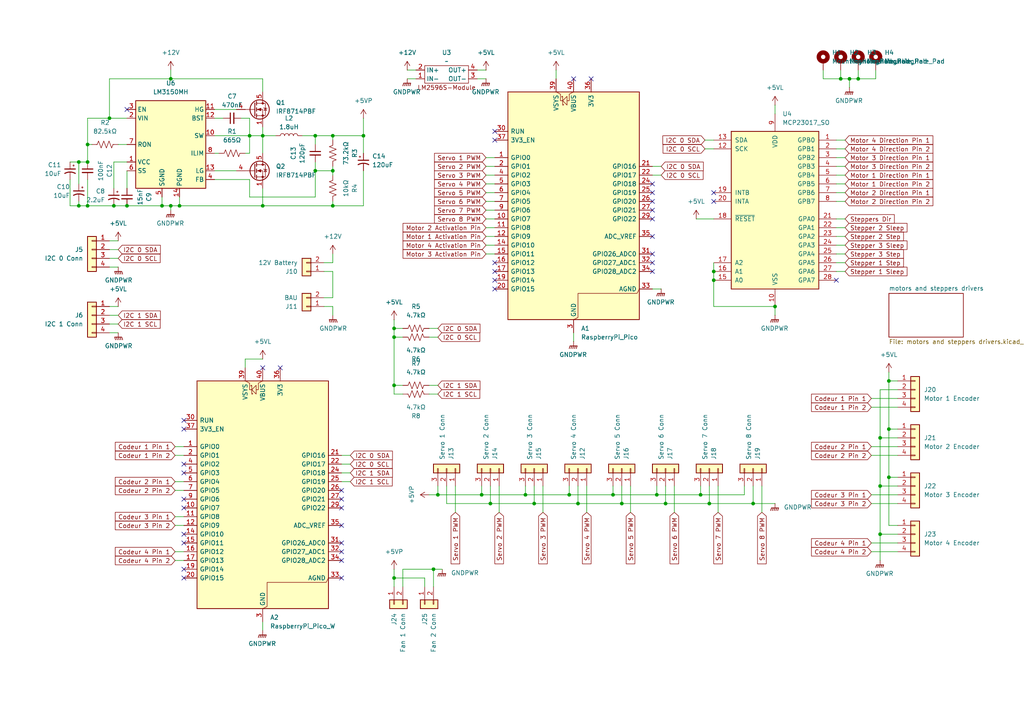
<source format=kicad_sch>
(kicad_sch (version 20250114) (generator "eeschema") (generator_version "9.0")
  (paper "A4")
  (junction (at 25.4 41.91))
  (junction (at 224.79 88.9))
  (junction (at 114.3 167.64))
  (junction (at 49.53 59.69))
  (junction (at 36.83 59.69))
  (junction (at 46.99 59.69))
  (junction (at 207.01 81.28))
  (junction (at 76.2 59.69))
  (junction (at 127 143.51))
  (junction (at 177.8 143.51))
  (junction (at 203.2 143.51))
  (junction (at 243.84 22.86))
  (junction (at 96.52 49.53))
  (junction (at 52.07 59.69))
  (junction (at 72.39 39.37))
  (junction (at 125.73 165.1))
  (junction (at 114.3 97.79))
  (junction (at 190.5 143.51))
  (junction (at 207.01 78.74))
  (junction (at 246.38 22.86))
  (junction (at 76.2 39.37))
  (junction (at 31.75 34.29))
  (junction (at 25.4 46.99))
  (junction (at 142.24 146.05))
  (junction (at 22.86 46.99))
  (junction (at 255.27 140.97))
  (junction (at 49.53 22.86))
  (junction (at 165.1 143.51))
  (junction (at 91.44 39.37))
  (junction (at 152.4 143.51))
  (junction (at 167.64 146.05))
  (junction (at 255.27 154.94))
  (junction (at 91.44 49.53))
  (junction (at 255.27 127))
  (junction (at 257.81 110.49))
  (junction (at 180.34 146.05))
  (junction (at 205.74 146.05))
  (junction (at 114.3 95.25))
  (junction (at 218.44 146.05))
  (junction (at 257.81 124.46))
  (junction (at 105.41 39.37))
  (junction (at 248.92 22.86))
  (junction (at 25.4 59.69))
  (junction (at 22.86 59.69))
  (junction (at 139.7 143.51))
  (junction (at 33.02 59.69))
  (junction (at 114.3 111.76))
  (junction (at 96.52 39.37))
  (junction (at 154.94 146.05))
  (junction (at 96.52 59.69))
  (junction (at 193.04 146.05))
  (junction (at 257.81 138.43))
  (no_connect (at 53.34 147.32))
  (no_connect (at 99.06 142.24))
  (no_connect (at 143.51 78.74))
  (no_connect (at 53.34 157.48))
  (no_connect (at 166.37 22.86))
  (no_connect (at 143.51 38.1))
  (no_connect (at 53.34 121.92))
  (no_connect (at 189.23 73.66))
  (no_connect (at 99.06 157.48))
  (no_connect (at 207.01 55.88))
  (no_connect (at 76.2 106.68))
  (no_connect (at 99.06 160.02))
  (no_connect (at 207.01 58.42))
  (no_connect (at 143.51 83.82))
  (no_connect (at 99.06 167.64))
  (no_connect (at 189.23 55.88))
  (no_connect (at 99.06 152.4))
  (no_connect (at 143.51 81.28))
  (no_connect (at 53.34 154.94))
  (no_connect (at 171.45 22.86))
  (no_connect (at 189.23 68.58))
  (no_connect (at 189.23 53.34))
  (no_connect (at 99.06 162.56))
  (no_connect (at 53.34 137.16))
  (no_connect (at 53.34 134.62))
  (no_connect (at 189.23 60.96))
  (no_connect (at 143.51 76.2))
  (no_connect (at 99.06 144.78))
  (no_connect (at 53.34 124.46))
  (no_connect (at 189.23 58.42))
  (no_connect (at 53.34 165.1))
  (no_connect (at 189.23 63.5))
  (no_connect (at 53.34 144.78))
  (no_connect (at 36.83 31.75))
  (no_connect (at 53.34 167.64))
  (no_connect (at 81.28 106.68))
  (no_connect (at 99.06 147.32))
  (no_connect (at 242.57 81.28))
  (no_connect (at 189.23 78.74))
  (no_connect (at 189.23 76.2))
  (no_connect (at 143.51 40.64))
  (wire (pts (xy 207.01 76.2) (xy 207.01 78.74)))
  (wire (pts (xy 142.24 146.05) (xy 154.94 146.05)))
  (wire (pts (xy 76.2 36.83) (xy 76.2 39.37)))
  (wire (pts (xy 252.73 132.08) (xy 260.35 132.08)))
  (wire (pts (xy 204.47 40.64) (xy 207.01 40.64)))
  (wire (pts (xy 139.7 143.51) (xy 139.7 140.97)))
  (wire (pts (xy 260.35 152.4) (xy 257.81 152.4)))
  (wire (pts (xy 255.27 113.03) (xy 255.27 127)))
  (wire (pts (xy 140.97 73.66) (xy 143.51 73.66)))
  (wire (pts (xy 25.4 41.91) (xy 26.67 41.91)))
  (wire (pts (xy 190.5 143.51) (xy 190.5 140.97)))
  (wire (pts (xy 71.12 44.45) (xy 72.39 44.45)))
  (wire (pts (xy 127 95.25) (xy 124.46 95.25)))
  (wire (pts (xy 96.52 76.2) (xy 93.98 76.2)))
  (wire (pts (xy 31.75 74.93) (xy 34.29 74.93)))
  (wire (pts (xy 245.11 43.18) (xy 242.57 43.18)))
  (wire (pts (xy 245.11 50.8) (xy 242.57 50.8)))
  (wire (pts (xy 260.35 110.49) (xy 257.81 110.49)))
  (wire (pts (xy 255.27 140.97) (xy 255.27 127)))
  (wire (pts (xy 252.73 157.48) (xy 260.35 157.48)))
  (wire (pts (xy 96.52 49.53) (xy 96.52 50.8)))
  (wire (pts (xy 31.75 72.39) (xy 34.29 72.39)))
  (wire (pts (xy 62.23 34.29) (xy 64.77 34.29)))
  (wire (pts (xy 203.2 143.51) (xy 203.2 140.97)))
  (wire (pts (xy 22.86 58.42) (xy 22.86 59.69)))
  (wire (pts (xy 25.4 34.29) (xy 25.4 41.91)))
  (wire (pts (xy 142.24 146.05) (xy 142.24 140.97)))
  (wire (pts (xy 105.41 49.53) (xy 105.41 59.69)))
  (wire (pts (xy 166.37 96.52) (xy 166.37 99.06)))
  (wire (pts (xy 96.52 73.66) (xy 96.52 76.2)))
  (wire (pts (xy 245.11 68.58) (xy 242.57 68.58)))
  (wire (pts (xy 140.97 48.26) (xy 143.51 48.26)))
  (wire (pts (xy 195.58 148.59) (xy 195.58 140.97)))
  (wire (pts (xy 245.11 66.04) (xy 242.57 66.04)))
  (wire (pts (xy 114.3 165.1) (xy 114.3 167.64)))
  (wire (pts (xy 20.32 59.69) (xy 22.86 59.69)))
  (wire (pts (xy 180.34 146.05) (xy 193.04 146.05)))
  (wire (pts (xy 129.54 146.05) (xy 142.24 146.05)))
  (wire (pts (xy 91.44 49.53) (xy 91.44 57.15)))
  (wire (pts (xy 140.97 58.42) (xy 143.51 58.42)))
  (wire (pts (xy 50.8 149.86) (xy 53.34 149.86)))
  (wire (pts (xy 170.18 148.59) (xy 170.18 140.97)))
  (wire (pts (xy 152.4 143.51) (xy 165.1 143.51)))
  (wire (pts (xy 238.76 20.32) (xy 238.76 22.86)))
  (wire (pts (xy 201.93 63.5) (xy 207.01 63.5)))
  (wire (pts (xy 180.34 146.05) (xy 180.34 140.97)))
  (wire (pts (xy 105.41 44.45) (xy 105.41 39.37)))
  (wire (pts (xy 205.74 146.05) (xy 205.74 140.97)))
  (wire (pts (xy 260.35 154.94) (xy 255.27 154.94)))
  (wire (pts (xy 125.73 165.1) (xy 116.84 165.1)))
  (wire (pts (xy 248.92 20.32) (xy 248.92 22.86)))
  (wire (pts (xy 161.29 20.32) (xy 161.29 22.86)))
  (wire (pts (xy 72.39 39.37) (xy 72.39 44.45)))
  (wire (pts (xy 76.2 39.37) (xy 80.01 39.37)))
  (wire (pts (xy 22.86 46.99) (xy 25.4 46.99)))
  (wire (pts (xy 246.38 22.86) (xy 248.92 22.86)))
  (wire (pts (xy 49.53 22.86) (xy 31.75 22.86)))
  (wire (pts (xy 36.83 59.69) (xy 46.99 59.69)))
  (wire (pts (xy 76.2 180.34) (xy 76.2 182.88)))
  (wire (pts (xy 96.52 58.42) (xy 96.52 59.69)))
  (wire (pts (xy 87.63 39.37) (xy 91.44 39.37)))
  (wire (pts (xy 157.48 148.59) (xy 157.48 140.97)))
  (wire (pts (xy 22.86 53.34) (xy 22.86 46.99)))
  (wire (pts (xy 224.79 30.48) (xy 224.79 33.02)))
  (wire (pts (xy 72.39 39.37) (xy 76.2 39.37)))
  (wire (pts (xy 96.52 88.9) (xy 93.98 88.9)))
  (wire (pts (xy 138.43 22.86) (xy 140.97 22.86)))
  (wire (pts (xy 76.2 39.37) (xy 76.2 44.45)))
  (wire (pts (xy 72.39 52.07) (xy 62.23 52.07)))
  (wire (pts (xy 245.11 76.2) (xy 242.57 76.2)))
  (wire (pts (xy 257.81 107.95) (xy 257.81 110.49)))
  (wire (pts (xy 132.08 148.59) (xy 132.08 140.97)))
  (wire (pts (xy 144.78 148.59) (xy 144.78 140.97)))
  (wire (pts (xy 96.52 78.74) (xy 96.52 86.36)))
  (wire (pts (xy 31.75 22.86) (xy 31.75 34.29)))
  (wire (pts (xy 71.12 104.14) (xy 71.12 106.68)))
  (wire (pts (xy 105.41 34.29) (xy 105.41 39.37)))
  (wire (pts (xy 76.2 59.69) (xy 52.07 59.69)))
  (wire (pts (xy 165.1 143.51) (xy 165.1 140.97)))
  (wire (pts (xy 91.44 49.53) (xy 96.52 49.53)))
  (wire (pts (xy 50.8 152.4) (xy 53.34 152.4)))
  (wire (pts (xy 167.64 146.05) (xy 180.34 146.05)))
  (wire (pts (xy 252.73 146.05) (xy 260.35 146.05)))
  (wire (pts (xy 215.9 143.51) (xy 215.9 140.97)))
  (wire (pts (xy 127 143.51) (xy 139.7 143.51)))
  (wire (pts (xy 114.3 92.71) (xy 114.3 95.25)))
  (wire (pts (xy 260.35 138.43) (xy 257.81 138.43)))
  (wire (pts (xy 99.06 137.16) (xy 101.6 137.16)))
  (wire (pts (xy 36.83 49.53) (xy 36.83 54.61)))
  (wire (pts (xy 260.35 140.97) (xy 255.27 140.97)))
  (wire (pts (xy 50.8 160.02) (xy 53.34 160.02)))
  (wire (pts (xy 33.02 59.69) (xy 36.83 59.69)))
  (wire (pts (xy 114.3 114.3) (xy 116.84 114.3)))
  (wire (pts (xy 255.27 154.94) (xy 255.27 162.56)))
  (wire (pts (xy 76.2 54.61) (xy 76.2 59.69)))
  (wire (pts (xy 255.27 154.94) (xy 255.27 140.97)))
  (wire (pts (xy 238.76 22.86) (xy 243.84 22.86)))
  (wire (pts (xy 34.29 96.52) (xy 31.75 96.52)))
  (wire (pts (xy 76.2 26.67) (xy 76.2 22.86)))
  (wire (pts (xy 50.8 142.24) (xy 53.34 142.24)))
  (wire (pts (xy 224.79 88.9) (xy 224.79 91.44)))
  (wire (pts (xy 76.2 59.69) (xy 96.52 59.69)))
  (wire (pts (xy 177.8 143.51) (xy 177.8 140.97)))
  (wire (pts (xy 218.44 146.05) (xy 218.44 140.97)))
  (wire (pts (xy 25.4 41.91) (xy 25.4 46.99)))
  (wire (pts (xy 139.7 143.51) (xy 152.4 143.51)))
  (wire (pts (xy 257.81 138.43) (xy 257.81 124.46)))
  (wire (pts (xy 31.75 93.98) (xy 34.29 93.98)))
  (wire (pts (xy 125.73 170.18) (xy 125.73 165.1)))
  (wire (pts (xy 193.04 146.05) (xy 193.04 140.97)))
  (wire (pts (xy 207.01 81.28) (xy 207.01 88.9)))
  (wire (pts (xy 91.44 39.37) (xy 91.44 41.91)))
  (wire (pts (xy 31.75 34.29) (xy 36.83 34.29)))
  (wire (pts (xy 252.73 118.11) (xy 260.35 118.11)))
  (wire (pts (xy 243.84 20.32) (xy 243.84 22.86)))
  (wire (pts (xy 254 22.86) (xy 254 20.32)))
  (wire (pts (xy 154.94 146.05) (xy 167.64 146.05)))
  (wire (pts (xy 76.2 22.86) (xy 49.53 22.86)))
  (wire (pts (xy 96.52 48.26) (xy 96.52 49.53)))
  (wire (pts (xy 248.92 22.86) (xy 254 22.86)))
  (wire (pts (xy 140.97 63.5) (xy 143.51 63.5)))
  (wire (pts (xy 140.97 50.8) (xy 143.51 50.8)))
  (wire (pts (xy 207.01 78.74) (xy 207.01 81.28)))
  (wire (pts (xy 129.54 146.05) (xy 129.54 140.97)))
  (wire (pts (xy 125.73 165.1) (xy 128.27 165.1)))
  (wire (pts (xy 252.73 143.51) (xy 260.35 143.51)))
  (wire (pts (xy 257.81 152.4) (xy 257.81 138.43)))
  (wire (pts (xy 50.8 139.7) (xy 53.34 139.7)))
  (wire (pts (xy 96.52 59.69) (xy 105.41 59.69)))
  (wire (pts (xy 167.64 146.05) (xy 167.64 140.97)))
  (wire (pts (xy 140.97 68.58) (xy 143.51 68.58)))
  (wire (pts (xy 189.23 83.82) (xy 191.77 83.82)))
  (wire (pts (xy 101.6 132.08) (xy 99.06 132.08)))
  (wire (pts (xy 91.44 39.37) (xy 96.52 39.37)))
  (wire (pts (xy 96.52 40.64) (xy 96.52 39.37)))
  (wire (pts (xy 127 143.51) (xy 127 140.97)))
  (wire (pts (xy 72.39 52.07) (xy 72.39 57.15)))
  (wire (pts (xy 33.02 46.99) (xy 36.83 46.99)))
  (wire (pts (xy 193.04 146.05) (xy 205.74 146.05)))
  (wire (pts (xy 114.3 95.25) (xy 114.3 97.79)))
  (wire (pts (xy 257.81 124.46) (xy 260.35 124.46)))
  (wire (pts (xy 114.3 97.79) (xy 114.3 111.76)))
  (wire (pts (xy 34.29 41.91) (xy 36.83 41.91)))
  (wire (pts (xy 220.98 148.59) (xy 220.98 140.97)))
  (wire (pts (xy 93.98 78.74) (xy 96.52 78.74)))
  (wire (pts (xy 245.11 58.42) (xy 242.57 58.42)))
  (wire (pts (xy 25.4 59.69) (xy 33.02 59.69)))
  (wire (pts (xy 245.11 48.26) (xy 242.57 48.26)))
  (wire (pts (xy 46.99 57.15) (xy 46.99 59.69)))
  (wire (pts (xy 34.29 69.85) (xy 31.75 69.85)))
  (wire (pts (xy 208.28 148.59) (xy 208.28 140.97)))
  (wire (pts (xy 49.53 59.69) (xy 52.07 59.69)))
  (wire (pts (xy 245.11 53.34) (xy 242.57 53.34)))
  (wire (pts (xy 177.8 143.51) (xy 190.5 143.51)))
  (wire (pts (xy 93.98 86.36) (xy 96.52 86.36)))
  (wire (pts (xy 207.01 88.9) (xy 224.79 88.9)))
  (wire (pts (xy 190.5 143.51) (xy 203.2 143.51)))
  (wire (pts (xy 245.11 55.88) (xy 242.57 55.88)))
  (wire (pts (xy 255.27 127) (xy 260.35 127)))
  (wire (pts (xy 204.47 43.18) (xy 207.01 43.18)))
  (wire (pts (xy 101.6 134.62) (xy 99.06 134.62)))
  (wire (pts (xy 20.32 46.99) (xy 22.86 46.99)))
  (wire (pts (xy 33.02 54.61) (xy 33.02 46.99)))
  (wire (pts (xy 116.84 95.25) (xy 114.3 95.25)))
  (wire (pts (xy 124.46 143.51) (xy 127 143.51)))
  (wire (pts (xy 140.97 55.88) (xy 143.51 55.88)))
  (wire (pts (xy 34.29 88.9) (xy 31.75 88.9)))
  (wire (pts (xy 138.43 20.32) (xy 140.97 20.32)))
  (wire (pts (xy 114.3 97.79) (xy 116.84 97.79)))
  (wire (pts (xy 252.73 129.54) (xy 260.35 129.54)))
  (wire (pts (xy 127 111.76) (xy 124.46 111.76)))
  (wire (pts (xy 245.11 71.12) (xy 242.57 71.12)))
  (wire (pts (xy 50.8 162.56) (xy 53.34 162.56)))
  (wire (pts (xy 260.35 113.03) (xy 255.27 113.03)))
  (wire (pts (xy 165.1 143.51) (xy 177.8 143.51)))
  (wire (pts (xy 189.23 48.26) (xy 191.77 48.26)))
  (wire (pts (xy 114.3 167.64) (xy 114.3 170.18)))
  (wire (pts (xy 31.75 91.44) (xy 34.29 91.44)))
  (wire (pts (xy 203.2 143.51) (xy 215.9 143.51)))
  (wire (pts (xy 72.39 34.29) (xy 72.39 39.37)))
  (wire (pts (xy 76.2 104.14) (xy 71.12 104.14)))
  (wire (pts (xy 245.11 73.66) (xy 242.57 73.66)))
  (wire (pts (xy 20.32 52.07) (xy 20.32 59.69)))
  (wire (pts (xy 189.23 50.8) (xy 191.77 50.8)))
  (wire (pts (xy 123.19 170.18) (xy 123.19 167.64)))
  (wire (pts (xy 127 114.3) (xy 124.46 114.3)))
  (wire (pts (xy 116.84 165.1) (xy 116.84 170.18)))
  (wire (pts (xy 152.4 143.51) (xy 152.4 140.97)))
  (wire (pts (xy 205.74 146.05) (xy 218.44 146.05)))
  (wire (pts (xy 140.97 53.34) (xy 143.51 53.34)))
  (wire (pts (xy 218.44 146.05) (xy 224.79 146.05)))
  (wire (pts (xy 50.8 132.08) (xy 53.34 132.08)))
  (wire (pts (xy 22.86 59.69) (xy 25.4 59.69)))
  (wire (pts (xy 25.4 34.29) (xy 31.75 34.29)))
  (wire (pts (xy 118.11 22.86) (xy 120.65 22.86)))
  (wire (pts (xy 49.53 20.32) (xy 49.53 22.86)))
  (wire (pts (xy 91.44 46.99) (xy 91.44 49.53)))
  (wire (pts (xy 140.97 45.72) (xy 143.51 45.72)))
  (wire (pts (xy 49.53 59.69) (xy 49.53 60.96)))
  (wire (pts (xy 140.97 71.12) (xy 143.51 71.12)))
  (wire (pts (xy 96.52 88.9) (xy 96.52 91.44)))
  (wire (pts (xy 62.23 39.37) (xy 72.39 39.37)))
  (wire (pts (xy 46.99 59.69) (xy 49.53 59.69)))
  (wire (pts (xy 34.29 77.47) (xy 31.75 77.47)))
  (wire (pts (xy 182.88 148.59) (xy 182.88 140.97)))
  (wire (pts (xy 252.73 160.02) (xy 260.35 160.02)))
  (wire (pts (xy 245.11 40.64) (xy 242.57 40.64)))
  (wire (pts (xy 52.07 57.15) (xy 52.07 59.69)))
  (wire (pts (xy 69.85 34.29) (xy 72.39 34.29)))
  (wire (pts (xy 118.11 20.32) (xy 120.65 20.32)))
  (wire (pts (xy 50.8 129.54) (xy 53.34 129.54)))
  (wire (pts (xy 140.97 60.96) (xy 143.51 60.96)))
  (wire (pts (xy 114.3 111.76) (xy 114.3 114.3)))
  (wire (pts (xy 114.3 167.64) (xy 123.19 167.64)))
  (wire (pts (xy 72.39 57.15) (xy 91.44 57.15)))
  (wire (pts (xy 243.84 22.86) (xy 246.38 22.86)))
  (wire (pts (xy 127 97.79) (xy 124.46 97.79)))
  (wire (pts (xy 257.81 110.49) (xy 257.81 124.46)))
  (wire (pts (xy 62.23 44.45) (xy 63.5 44.45)))
  (wire (pts (xy 154.94 146.05) (xy 154.94 140.97)))
  (wire (pts (xy 252.73 115.57) (xy 260.35 115.57)))
  (wire (pts (xy 245.11 45.72) (xy 242.57 45.72)))
  (wire (pts (xy 246.38 22.86) (xy 246.38 25.4)))
  (wire (pts (xy 62.23 31.75) (xy 68.58 31.75)))
  (wire (pts (xy 245.11 78.74) (xy 242.57 78.74)))
  (wire (pts (xy 245.11 63.5) (xy 242.57 63.5)))
  (wire (pts (xy 25.4 52.07) (xy 25.4 59.69)))
  (wire (pts (xy 116.84 111.76) (xy 114.3 111.76)))
  (wire (pts (xy 62.23 49.53) (xy 68.58 49.53)))
  (wire (pts (xy 140.97 66.04) (xy 143.51 66.04)))
  (wire (pts (xy 99.06 139.7) (xy 101.6 139.7)))
  (wire (pts (xy 96.52 39.37) (xy 105.41 39.37)))
  (global_label "Motor 2 Direction Pin 2" (shape input) (at 245.11 58.42 0) (property "Intersheetrefs" "${INTERSHEET_REFS}" (effects (hide yes))))
  (global_label "Stepper 1 Step" (shape input) (at 245.11 76.2 0) (property "Intersheetrefs" "${INTERSHEET_REFS}" (effects (hide yes))))
  (global_label "Codeur 3 Pin 2" (shape input) (at 252.73 146.05 180) (property "Intersheetrefs" "${INTERSHEET_REFS}" (effects (hide yes))))
  (global_label "Codeur 1 Pin 2" (shape input) (at 252.73 118.11 180) (property "Intersheetrefs" "${INTERSHEET_REFS}" (effects (hide yes))))
  (global_label "Codeur 2 Pin 1" (shape input) (at 252.73 129.54 180) (property "Intersheetrefs" "${INTERSHEET_REFS}" (effects (hide yes))))
  (global_label "I2C 0 SDA" (shape input) (at 204.47 40.64 180) (property "Intersheetrefs" "${INTERSHEET_REFS}" (effects (hide yes))))
  (global_label "Codeur 3 Pin 1" (shape input) (at 252.73 143.51 180) (property "Intersheetrefs" "${INTERSHEET_REFS}" (effects (hide yes))))
  (global_label "Servo 2 PWM" (shape input) (at 144.78 148.59 270) (property "Intersheetrefs" "${INTERSHEET_REFS}" (effects (hide yes))))
  (global_label "Codeur 1 Pin 1" (shape input) (at 252.73 115.57 180) (property "Intersheetrefs" "${INTERSHEET_REFS}" (effects (hide yes))))
  (global_label "I2C 1 SCL" (shape input) (at 34.29 93.98 0) (property "Intersheetrefs" "${INTERSHEET_REFS}" (effects (hide yes))))
  (global_label "Motor 2 Activation Pin" (shape input) (at 140.97 66.04 180) (property "Intersheetrefs" "${INTERSHEET_REFS}" (effects (hide yes))))
  (global_label "Codeur 3 Pin 1" (shape input) (at 50.8 149.86 180) (property "Intersheetrefs" "${INTERSHEET_REFS}" (effects (hide yes))))
  (global_label "I2C 0 SDA" (shape input) (at 127 95.25 0) (property "Intersheetrefs" "${INTERSHEET_REFS}" (effects (hide yes))))
  (global_label "I2C 1 SDA" (shape input) (at 127 111.76 0) (property "Intersheetrefs" "${INTERSHEET_REFS}" (effects (hide yes))))
  (global_label "Servo 3 PWM" (shape input) (at 157.48 148.59 270) (property "Intersheetrefs" "${INTERSHEET_REFS}" (effects (hide yes))))
  (global_label "I2C 0 SDA" (shape input) (at 101.6 132.08 0) (property "Intersheetrefs" "${INTERSHEET_REFS}" (effects (hide yes))))
  (global_label "Servo 5 PWM" (shape input) (at 182.88 148.59 270) (property "Intersheetrefs" "${INTERSHEET_REFS}" (effects (hide yes))))
  (global_label "Stepper 2 Sleep" (shape input) (at 245.11 66.04 0) (property "Intersheetrefs" "${INTERSHEET_REFS}" (effects (hide yes))))
  (global_label "Stepper 1 Sleep" (shape input) (at 245.11 78.74 0) (property "Intersheetrefs" "${INTERSHEET_REFS}" (effects (hide yes))))
  (global_label "Servo 4 PWM" (shape input) (at 170.18 148.59 270) (property "Intersheetrefs" "${INTERSHEET_REFS}" (effects (hide yes))))
  (global_label "Codeur 4 Pin 1" (shape input) (at 252.73 157.48 180) (property "Intersheetrefs" "${INTERSHEET_REFS}" (effects (hide yes))))
  (global_label "Servo 8 PWM" (shape input) (at 220.98 148.59 270) (property "Intersheetrefs" "${INTERSHEET_REFS}" (effects (hide yes))))
  (global_label "Motor 4 Activation Pin" (shape input) (at 140.97 71.12 180) (property "Intersheetrefs" "${INTERSHEET_REFS}" (effects (hide yes))))
  (global_label "Codeur 3 Pin 2" (shape input) (at 50.8 152.4 180) (property "Intersheetrefs" "${INTERSHEET_REFS}" (effects (hide yes))))
  (global_label "I2C 0 SCL" (shape input) (at 191.77 50.8 0) (property "Intersheetrefs" "${INTERSHEET_REFS}" (effects (hide yes))))
  (global_label "Servo 5 PWM" (shape input) (at 140.97 55.88 180) (property "Intersheetrefs" "${INTERSHEET_REFS}" (effects (hide yes))))
  (global_label "Servo 7 PWM" (shape input) (at 140.97 60.96 180) (property "Intersheetrefs" "${INTERSHEET_REFS}" (effects (hide yes))))
  (global_label "Servo 3 PWM" (shape input) (at 140.97 50.8 180) (property "Intersheetrefs" "${INTERSHEET_REFS}" (effects (hide yes))))
  (global_label "Motor 3 Activation Pin" (shape input) (at 140.97 73.66 180) (property "Intersheetrefs" "${INTERSHEET_REFS}" (effects (hide yes))))
  (global_label "I2C 1 SDA" (shape input) (at 34.29 91.44 0) (property "Intersheetrefs" "${INTERSHEET_REFS}" (effects (hide yes))))
  (global_label "Codeur 4 Pin 2" (shape input) (at 50.8 162.56 180) (property "Intersheetrefs" "${INTERSHEET_REFS}" (effects (hide yes))))
  (global_label "Servo 6 PWM" (shape input) (at 195.58 148.59 270) (property "Intersheetrefs" "${INTERSHEET_REFS}" (effects (hide yes))))
  (global_label "Codeur 2 Pin 1" (shape input) (at 50.8 139.7 180) (property "Intersheetrefs" "${INTERSHEET_REFS}" (effects (hide yes))))
  (global_label "Servo 6 PWM" (shape input) (at 140.97 58.42 180) (property "Intersheetrefs" "${INTERSHEET_REFS}" (effects (hide yes))))
  (global_label "I2C 0 SCL" (shape input) (at 34.29 74.93 0) (property "Intersheetrefs" "${INTERSHEET_REFS}" (effects (hide yes))))
  (global_label "Codeur 4 Pin 2" (shape input) (at 252.73 160.02 180) (property "Intersheetrefs" "${INTERSHEET_REFS}" (effects (hide yes))))
  (global_label "Servo 2 PWM" (shape input) (at 140.97 48.26 180) (property "Intersheetrefs" "${INTERSHEET_REFS}" (effects (hide yes))))
  (global_label "Servo 7 PWM" (shape input) (at 208.28 148.59 270) (property "Intersheetrefs" "${INTERSHEET_REFS}" (effects (hide yes))))
  (global_label "I2C 1 SDA" (shape input) (at 101.6 137.16 0) (property "Intersheetrefs" "${INTERSHEET_REFS}" (effects (hide yes))))
  (global_label "Motor 1 Activation Pin" (shape input) (at 140.97 68.58 180) (property "Intersheetrefs" "${INTERSHEET_REFS}" (effects (hide yes))))
  (global_label "Codeur 2 Pin 2" (shape input) (at 50.8 142.24 180) (property "Intersheetrefs" "${INTERSHEET_REFS}" (effects (hide yes))))
  (global_label "Servo 4 PWM" (shape input) (at 140.97 53.34 180) (property "Intersheetrefs" "${INTERSHEET_REFS}" (effects (hide yes))))
  (global_label "Stepper 2 Step" (shape input) (at 245.11 68.58 0) (property "Intersheetrefs" "${INTERSHEET_REFS}" (effects (hide yes))))
  (global_label "I2C 0 SCL" (shape input) (at 204.47 43.18 180) (property "Intersheetrefs" "${INTERSHEET_REFS}" (effects (hide yes))))
  (global_label "I2C 0 SDA" (shape input) (at 191.77 48.26 0) (property "Intersheetrefs" "${INTERSHEET_REFS}" (effects (hide yes))))
  (global_label "I2C 1 SCL" (shape input) (at 101.6 139.7 0) (property "Intersheetrefs" "${INTERSHEET_REFS}" (effects (hide yes))))
  (global_label "Motor 4 Direction Pin 1" (shape input) (at 245.11 40.64 0) (property "Intersheetrefs" "${INTERSHEET_REFS}" (effects (hide yes))))
  (global_label "Codeur 2 Pin 2" (shape input) (at 252.73 132.08 180) (property "Intersheetrefs" "${INTERSHEET_REFS}" (effects (hide yes))))
  (global_label "I2C 1 SCL" (shape input) (at 127 114.3 0) (property "Intersheetrefs" "${INTERSHEET_REFS}" (effects (hide yes))))
  (global_label "I2C 0 SDA" (shape input) (at 34.29 72.39 0) (property "Intersheetrefs" "${INTERSHEET_REFS}" (effects (hide yes))))
  (global_label "Servo 1 PWM" (shape input) (at 140.97 45.72 180) (property "Intersheetrefs" "${INTERSHEET_REFS}" (effects (hide yes))))
  (global_label "Codeur 1 Pin 2" (shape input) (at 50.8 132.08 180) (property "Intersheetrefs" "${INTERSHEET_REFS}" (effects (hide yes))))
  (global_label "Codeur 4 Pin 1" (shape input) (at 50.8 160.02 180) (property "Intersheetrefs" "${INTERSHEET_REFS}" (effects (hide yes))))
  (global_label "Motor 4 Direction Pin 2" (shape input) (at 245.11 43.18 0) (property "Intersheetrefs" "${INTERSHEET_REFS}" (effects (hide yes))))
  (global_label "Motor 3 Direction Pin 2" (shape input) (at 245.11 48.26 0) (property "Intersheetrefs" "${INTERSHEET_REFS}" (effects (hide yes))))
  (global_label "I2C 0 SCL" (shape input) (at 101.6 134.62 0) (property "Intersheetrefs" "${INTERSHEET_REFS}" (effects (hide yes))))
  (global_label "Steppers Dir" (shape input) (at 245.11 63.5 0) (property "Intersheetrefs" "${INTERSHEET_REFS}" (effects (hide yes))))
  (global_label "Stepper 3 Step" (shape input) (at 245.11 73.66 0) (property "Intersheetrefs" "${INTERSHEET_REFS}" (effects (hide yes))))
  (global_label "Servo 1 PWM" (shape input) (at 132.08 148.59 270) (property "Intersheetrefs" "${INTERSHEET_REFS}" (effects (hide yes))))
  (global_label "Motor 1 Direction Pin 2" (shape input) (at 245.11 53.34 0) (property "Intersheetrefs" "${INTERSHEET_REFS}" (effects (hide yes))))
  (global_label "Motor 2 Direction Pin 1" (shape input) (at 245.11 55.88 0) (property "Intersheetrefs" "${INTERSHEET_REFS}" (effects (hide yes))))
  (global_label "Motor 1 Direction Pin 1" (shape input) (at 245.11 50.8 0) (property "Intersheetrefs" "${INTERSHEET_REFS}" (effects (hide yes))))
  (global_label "I2C 0 SCL" (shape input) (at 127 97.79 0) (property "Intersheetrefs" "${INTERSHEET_REFS}" (effects (hide yes))))
  (global_label "Codeur 1 Pin 1" (shape input) (at 50.8 129.54 180) (property "Intersheetrefs" "${INTERSHEET_REFS}" (effects (hide yes))))
  (global_label "Servo 8 PWM" (shape input) (at 140.97 63.5 180) (property "Intersheetrefs" "${INTERSHEET_REFS}" (effects (hide yes))))
  (global_label "Motor 3 Direction Pin 1" (shape input) (at 245.11 45.72 0) (property "Intersheetrefs" "${INTERSHEET_REFS}" (effects (hide yes))))
  (global_label "Stepper 3 Sleep" (shape input) (at 245.11 71.12 0) (property "Intersheetrefs" "${INTERSHEET_REFS}" (effects (hide yes))))
  (symbol (lib_id "Device:C_Polarized_Small_US") (at 20.32 49.53 0) (mirror y) (unit 1)
    (property "Reference" "C11" (at 17.78 47.8281 0) (effects (justify left)))
    (property "Value" "10uF" (at 17.78 50.3681 0) (effects (justify left)))
    (property "Footprint" "Capacitor_THT:CP_Radial_D6.3mm_P2.50mm" (effects (hide yes)))
    (property "Description" "Polarized capacitor, small US symbol" (effects (hide yes)))
  )
  (symbol (lib_id "power:+5VL") (at 34.29 88.9 0) (unit 1)
    (property "Reference" "#PWR023" (effects (hide yes)))
    (property "Value" "+5VL" (at 34.29 83.82 0))
    (property "Description" "Power symbol creates a global label with name \"+5VL\"" (effects (hide yes)))
  )
  (symbol (lib_id "Connector_Generic:Conn_01x03") (at 142.24 135.89 270) (mirror x) (unit 1)
    (property "Reference" "J14" (at 143.5101 133.35 0) (effects (justify left)))
    (property "Value" "Servo 2 Conn" (at 140.9701 133.35 0) (effects (justify left)))
    (property "Footprint" "Connector_Molex:Molex_KK-254_AE-6410-03A_1x03_P2.54mm_Vertical" (effects (hide yes)))
    (property "Description" "Generic connector, single row, 01x03, script generated (kicad-library-utils/schlib/autogen/connector/)" (effects (hide yes)))
  )
  (symbol (lib_id "Connector_Generic:Conn_01x02") (at 88.9 78.74 180) (unit 1)
    (property "Reference" "J10" (at 86.36 78.7401 0) (effects (justify left)))
    (property "Value" "12V Battery" (at 86.36 76.2001 0) (effects (justify left)))
    (property "Footprint" "Connector_Molex:Molex_KK-254_AE-6410-02A_1x02_P2.54mm_Vertical" (effects (hide yes)))
    (property "Description" "Generic connector, single row, 01x02, script generated (kicad-library-utils/schlib/autogen/connector/)" (effects (hide yes)))
  )
  (symbol (lib_id "power:+5VL") (at 76.2 104.14 0) (unit 1)
    (property "Reference" "#PWR038" (effects (hide yes)))
    (property "Value" "+5VL" (at 76.2 99.06 0))
    (property "Description" "Power symbol creates a global label with name \"+5VL\"" (effects (hide yes)))
  )
  (symbol (lib_id "Connector_Generic:Conn_01x04") (at 26.67 91.44 0) (mirror y) (unit 1)
    (property "Reference" "J6" (at 24.13 91.4399 0) (effects (justify left)))
    (property "Value" "I2C 1 Conn" (at 24.13 93.9799 0) (effects (justify left)))
    (property "Footprint" "Connector_Molex:Molex_KK-254_AE-6410-04A_1x04_P2.54mm_Vertical" (effects (hide yes)))
    (property "Description" "Generic connector, single row, 01x04, script generated (kicad-library-utils/schlib/autogen/connector/)" (effects (hide yes)))
  )
  (symbol (lib_id "power:GNDPWR") (at 224.79 146.05 0) (unit 1)
    (property "Reference" "#PWR043" (effects (hide yes)))
    (property "Value" "GNDPWR" (at 227.33 147.1167 0) (effects (justify left)))
    (property "Description" "Power symbol creates a global label with name \"GNDPWR\" , global ground" (effects (hide yes)))
  )
  (symbol (lib_id "power:+5VL") (at 34.29 69.85 0) (unit 1)
    (property "Reference" "#PWR021" (effects (hide yes)))
    (property "Value" "+5VL" (at 34.29 64.77 0))
    (property "Description" "Power symbol creates a global label with name \"+5VL\"" (effects (hide yes)))
  )
  (symbol (lib_id "Transistor_FET:IRF8721PBF-1") (at 73.66 49.53 0) (unit 1)
    (property "Reference" "Q2" (at 80.01 48.2599 0) (effects (justify left)))
    (property "Value" "IRF8714PBF" (at 80.01 50.7999 0) (effects (justify left)))
    (property "Footprint" "Package_SO:SOIC-8_3.9x4.9mm_P1.27mm" (effects (hide yes)))
    (property "Datasheet" "http://www.irf.com/product-info/datasheets/data/irf8721pbf-1.pdf" (effects (hide yes)))
    (property "Description" "14A Id, 30V Vds, HEXFET N-Channel MOSFET, SO-8" (effects (hide yes)))
  )
  (symbol (lib_id "power:+5VL") (at 114.3 92.71 0) (unit 1)
    (property "Reference" "#PWR045" (effects (hide yes)))
    (property "Value" "+5VL" (at 114.3 87.63 0))
    (property "Description" "Power symbol creates a global label with name \"+5VL\"" (effects (hide yes)))
  )
  (symbol (lib_id "power:GNDPWR") (at 34.29 96.52 0) (mirror y) (unit 1)
    (property "Reference" "#PWR024" (effects (hide yes)))
    (property "Value" "GNDPWR" (at 34.417 100.33 0))
    (property "Description" "Power symbol creates a global label with name \"GNDPWR\" , global ground" (effects (hide yes)))
  )
  (symbol (lib_id "power:GNDPWR") (at 191.77 83.82 0) (unit 1)
    (property "Reference" "#PWR046" (effects (hide yes)))
    (property "Value" "GNDPWR" (at 191.643 87.63 0))
    (property "Description" "Power symbol creates a global label with name \"GNDPWR\" , global ground" (effects (hide yes)))
  )
  (symbol (lib_id "Connector_Generic:Conn_01x02") (at 88.9 88.9 180) (unit 1)
    (property "Reference" "J11" (at 86.36 88.9001 0) (effects (justify left)))
    (property "Value" "BAU" (at 86.36 86.3601 0) (effects (justify left)))
    (property "Footprint" "Connector_Molex:Molex_KK-254_AE-6410-02A_1x02_P2.54mm_Vertical" (effects (hide yes)))
    (property "Description" "Generic connector, single row, 01x02, script generated (kicad-library-utils/schlib/autogen/connector/)" (effects (hide yes)))
  )
  (symbol (lib_id "Device:C_Polarized_Small_US") (at 22.86 55.88 0) (mirror y) (unit 1)
    (property "Reference" "C10" (at 20.32 54.1781 0) (effects (justify left)))
    (property "Value" "10uF" (at 20.32 56.7181 0) (effects (justify left)))
    (property "Footprint" "Capacitor_THT:CP_Radial_D6.3mm_P2.50mm" (effects (hide yes)))
    (property "Description" "Polarized capacitor, small US symbol" (effects (hide yes)))
  )
  (symbol (lib_id "Regulator_Switching:LM3150MH") (at 49.53 41.91 0) (unit 1)
    (property "Reference" "U6" (at 49.53 24.13 0))
    (property "Value" "LM3150MH" (at 49.53 26.67 0))
    (property "Footprint" "Package_SO:HTSSOP-14-1EP_4.4x5mm_P0.65mm_EP3.4x5mm_Mask3x3.1mm" (effects (hide yes)))
    (property "Datasheet" "http://www.ti.com/lit/ds/symlink/lm3150.pdf" (effects (hide yes)))
    (property "Description" "42V Wide Vin synchronous Buck controller, HTSSOP-14" (effects (hide yes)))
  )
  (symbol (lib_id "power:GNDPWR") (at 140.97 22.86 0) (unit 1)
    (property "Reference" "#PWR014" (effects (hide yes)))
    (property "Value" "GNDPWR" (at 140.843 26.67 0))
    (property "Description" "Power symbol creates a global label with name \"GNDPWR\" , global ground" (effects (hide yes)))
  )
  (symbol (lib_id "Connector_Generic:Conn_01x03") (at 180.34 135.89 270) (mirror x) (unit 1)
    (property "Reference" "J16" (at 181.6101 133.35 0) (effects (justify left)))
    (property "Value" "Servo 5 Conn" (at 179.0701 133.35 0) (effects (justify left)))
    (property "Footprint" "Connector_Molex:Molex_KK-254_AE-6410-03A_1x03_P2.54mm_Vertical" (effects (hide yes)))
    (property "Description" "Generic connector, single row, 01x03, script generated (kicad-library-utils/schlib/autogen/connector/)" (effects (hide yes)))
  )
  (symbol (lib_id "Transistor_FET:IRF8721PBF-1") (at 73.66 31.75 0) (unit 1)
    (property "Reference" "Q1" (at 80.01 30.4799 0) (effects (justify left bottom)))
    (property "Value" "IRF8714PBF" (at 80.01 33.0199 0) (effects (justify left bottom)))
    (property "Footprint" "Package_SO:SOIC-8_3.9x4.9mm_P1.27mm" (effects (hide yes)))
    (property "Datasheet" "http://www.irf.com/product-info/datasheets/data/irf8721pbf-1.pdf" (effects (hide yes)))
    (property "Description" "14A Id, 30V Vds, HEXFET N-Channel MOSFET, SO-8" (effects (hide yes)))
  )
  (symbol (lib_id "Connector_Generic:Conn_01x02") (at 123.19 175.26 90) (mirror x) (unit 1)
    (property "Reference" "J25" (at 123.1899 177.8 0) (effects (justify left)))
    (property "Value" "Fan 2 Conn" (at 125.7299 177.8 0) (effects (justify left)))
    (property "Footprint" "Connector_Molex:Molex_KK-254_AE-6410-02A_1x02_P2.54mm_Vertical" (effects (hide yes)))
    (property "Description" "Generic connector, single row, 01x02, script generated (kicad-library-utils/schlib/autogen/connector/)" (effects (hide yes)))
  )
  (symbol (lib_id "power:GNDPWR") (at 224.79 91.44 0) (unit 1)
    (property "Reference" "#PWR017" (effects (hide yes)))
    (property "Value" "GNDPWR" (at 224.663 95.25 0))
    (property "Description" "Power symbol creates a global label with name \"GNDPWR\" , global ground" (effects (hide yes)))
  )
  (symbol (lib_id "Device:C_Small") (at 36.83 57.15 0) (unit 1)
    (property "Reference" "C9" (at 43.18 57.1563 90))
    (property "Value" "15nF" (at 40.64 57.1563 90))
    (property "Footprint" "Capacitor_THT:C_Disc_D3.8mm_W2.6mm_P2.50mm" (effects (hide yes)))
    (property "Description" "Unpolarized capacitor, small symbol" (effects (hide yes)))
  )
  (symbol (lib_id "Connector_Generic:Conn_01x04") (at 26.67 72.39 0) (mirror y) (unit 1)
    (property "Reference" "J5" (at 24.13 72.3899 0) (effects (justify left)))
    (property "Value" "I2C 0 Conn" (at 24.13 74.9299 0) (effects (justify left)))
    (property "Footprint" "Connector_Molex:Molex_KK-254_AE-6410-04A_1x04_P2.54mm_Vertical" (effects (hide yes)))
    (property "Description" "Generic connector, single row, 01x04, script generated (kicad-library-utils/schlib/autogen/connector/)" (effects (hide yes)))
  )
  (symbol (lib_id "Device:R_US") (at 96.52 54.61 0) (mirror x) (unit 1)
    (property "Reference" "R4" (at 102.87 54.61 90))
    (property "Value" "10kΩ" (at 100.33 54.61 90))
    (property "Footprint" "Resistor_THT:R_Axial_DIN0207_L6.3mm_D2.5mm_P10.16mm_Horizontal" (effects (hide yes)))
    (property "Description" "Resistor, US symbol" (effects (hide yes)))
  )
  (symbol (lib_id "Connector_Generic:Conn_01x03") (at 205.74 135.89 270) (mirror x) (unit 1)
    (property "Reference" "J18" (at 207.0101 133.35 0) (effects (justify left)))
    (property "Value" "Servo 7 Conn" (at 204.4701 133.35 0) (effects (justify left)))
    (property "Footprint" "Connector_Molex:Molex_KK-254_AE-6410-03A_1x03_P2.54mm_Vertical" (effects (hide yes)))
    (property "Description" "Generic connector, single row, 01x03, script generated (kicad-library-utils/schlib/autogen/connector/)" (effects (hide yes)))
  )
  (symbol (lib_id "Device:L") (at 83.82 39.37 90) (unit 1)
    (property "Reference" "L2" (at 83.82 34.29 90))
    (property "Value" "1.8uH" (at 83.82 36.83 90))
    (property "Footprint" "Inductor_SMD:L_APV_APH1040" (effects (hide yes)))
    (property "Description" "Inductor" (effects (hide yes)))
  )
  (symbol (lib_id "power:GNDPWR") (at 166.37 99.06 0) (unit 1)
    (property "Reference" "#PWR012" (effects (hide yes)))
    (property "Value" "GNDPWR" (at 166.243 102.87 0))
    (property "Description" "Power symbol creates a global label with name \"GNDPWR\" , global ground" (effects (hide yes)))
  )
  (symbol (lib_id "power:+12V") (at 96.52 73.66 0) (mirror y) (unit 1)
    (property "Reference" "#PWR040" (effects (hide yes)))
    (property "Value" "+12V" (at 96.52 68.58 0))
    (property "Description" "Power symbol creates a global label with name \"+12V\"" (effects (hide yes)))
  )
  (symbol (lib_id "Connector_Generic:Conn_01x03") (at 218.44 135.89 270) (mirror x) (unit 1)
    (property "Reference" "J19" (at 219.7101 133.35 0) (effects (justify left)))
    (property "Value" "Servo 8 Conn" (at 217.1701 133.35 0) (effects (justify left)))
    (property "Footprint" "Connector_Molex:Molex_KK-254_AE-6410-03A_1x03_P2.54mm_Vertical" (effects (hide yes)))
    (property "Description" "Generic connector, single row, 01x03, script generated (kicad-library-utils/schlib/autogen/connector/)" (effects (hide yes)))
  )
  (symbol (lib_id "Connector_Generic:Conn_01x04") (at 265.43 154.94 0) (unit 1)
    (property "Reference" "J23" (at 267.97 154.9399 0) (effects (justify left)))
    (property "Value" "Motor 4 Encoder" (at 267.97 157.4799 0) (effects (justify left)))
    (property "Footprint" "Connector_Molex:Molex_KK-254_AE-6410-04A_1x04_P2.54mm_Vertical" (effects (hide yes)))
    (property "Description" "Generic connector, single row, 01x04, script generated (kicad-library-utils/schlib/autogen/connector/)" (effects (hide yes)))
  )
  (symbol (lib_id "LM2596S-Module:LM2596S-Module") (at 129.54 21.59 0) (unit 1)
    (property "Reference" "U3" (at 129.54 15.24 0))
    (property "Value" "~" (at 129.54 17.78 0))
    (property "Footprint" "LM2596S-Module:LM2596S-Module" (effects (hide yes)))
  )
  (symbol (lib_id "Device:R_US") (at 120.65 114.3 90) (mirror x) (unit 1)
    (property "Reference" "R8" (at 120.65 120.65 90))
    (property "Value" "4.7kΩ" (at 120.65 118.11 90))
    (property "Footprint" "Resistor_THT:R_Axial_DIN0207_L6.3mm_D2.5mm_P10.16mm_Horizontal" (effects (hide yes)))
    (property "Description" "Resistor, US symbol" (effects (hide yes)))
  )
  (symbol (lib_id "Mechanical:MountingHole_Pad") (at 248.92 17.78 0) (unit 1) (in_bom no)
    (property "Reference" "H3" (at 251.46 15.2399 0) (effects (justify left)))
    (property "Value" "MountingHole_Pad" (at 251.46 17.7799 0) (effects (justify left)))
    (property "Footprint" "MountingHole:MountingHole_4mm_Pad" (effects (hide yes)))
    (property "Description" "Mounting Hole with connection" (effects (hide yes)))
  )
  (symbol (lib_id "Connector_Generic:Conn_01x03") (at 129.54 135.89 270) (mirror x) (unit 1)
    (property "Reference" "J13" (at 130.8101 133.35 0) (effects (justify left)))
    (property "Value" "Servo 1 Conn" (at 128.2701 133.35 0) (effects (justify left)))
    (property "Footprint" "Connector_Molex:Molex_KK-254_AE-6410-03A_1x03_P2.54mm_Vertical" (effects (hide yes)))
    (property "Description" "Generic connector, single row, 01x03, script generated (kicad-library-utils/schlib/autogen/connector/)" (effects (hide yes)))
  )
  (symbol (lib_id "Interface_Expansion:MCP23017_SO") (at 224.79 60.96 0) (unit 1)
    (property "Reference" "U4" (at 226.9333 33.02 0) (effects (justify left)))
    (property "Value" "MCP23017_SO" (at 226.9333 35.56 0) (effects (justify left)))
    (property "Footprint" "Package_SO:SOIC-28W_7.5x17.9mm_P1.27mm" (effects (hide yes)))
    (property "Datasheet" "https://ww1.microchip.com/downloads/aemDocuments/documents/APID/ProductDocuments/DataSheets/MCP23017-Data-Sheet-DS20001952.pdf" (effects (hide yes)))
    (property "Description" "16-bit I/O expander, I2C, interrupts, w pull-ups, GPA/B7 output only (https://microchip.my.site.com/s/article/GPA7---GPB7-Cannot-Be-Used-as-Inputs-In-MCP23017),  SOIC-28" (effects (hide yes)))
  )
  (symbol (lib_id "Device:R_US") (at 120.65 97.79 90) (mirror x) (unit 1)
    (property "Reference" "R6" (at 120.65 104.14 90))
    (property "Value" "4.7kΩ" (at 120.65 101.6 90))
    (property "Footprint" "Resistor_THT:R_Axial_DIN0207_L6.3mm_D2.5mm_P10.16mm_Horizontal" (effects (hide yes)))
    (property "Description" "Resistor, US symbol" (effects (hide yes)))
  )
  (symbol (lib_id "Connector_Generic:Conn_01x02") (at 114.3 175.26 90) (mirror x) (unit 1)
    (property "Reference" "J24" (at 114.2999 177.8 0) (effects (justify left)))
    (property "Value" "Fan 1 Conn" (at 116.8399 177.8 0) (effects (justify left)))
    (property "Footprint" "Connector_Molex:Molex_KK-254_AE-6410-02A_1x02_P2.54mm_Vertical" (effects (hide yes)))
    (property "Description" "Generic connector, single row, 01x02, script generated (kicad-library-utils/schlib/autogen/connector/)" (effects (hide yes)))
  )
  (symbol (lib_id "Device:R_US") (at 30.48 41.91 90) (unit 1)
    (property "Reference" "R2" (at 30.48 35.56 90))
    (property "Value" "82.5kΩ" (at 30.48 38.1 90))
    (property "Footprint" "Resistor_THT:R_Axial_DIN0207_L6.3mm_D2.5mm_P10.16mm_Horizontal" (effects (hide yes)))
    (property "Description" "Resistor, US symbol" (effects (hide yes)))
  )
  (symbol (lib_id "Connector_Generic:Conn_01x03") (at 154.94 135.89 270) (mirror x) (unit 1)
    (property "Reference" "J15" (at 156.2101 133.35 0) (effects (justify left)))
    (property "Value" "Servo 3 Conn" (at 153.6701 133.35 0) (effects (justify left)))
    (property "Footprint" "Connector_Molex:Molex_KK-254_AE-6410-03A_1x03_P2.54mm_Vertical" (effects (hide yes)))
    (property "Description" "Generic connector, single row, 01x03, script generated (kicad-library-utils/schlib/autogen/connector/)" (effects (hide yes)))
  )
  (symbol (lib_id "Mechanical:MountingHole_Pad") (at 243.84 17.78 0) (unit 1) (in_bom no)
    (property "Reference" "H2" (at 246.38 15.2399 0) (effects (justify left)))
    (property "Value" "MountingHole_Pad" (at 246.38 17.7799 0) (effects (justify left)))
    (property "Footprint" "MountingHole:MountingHole_4mm_Pad" (effects (hide yes)))
    (property "Description" "Mounting Hole with connection" (effects (hide yes)))
  )
  (symbol (lib_id "Device:C_Polarized_Small_US") (at 105.41 46.99 0) (unit 1)
    (property "Reference" "C14" (at 107.95 45.2881 0) (effects (justify left)))
    (property "Value" "120uF" (at 107.95 47.8281 0) (effects (justify left)))
    (property "Footprint" "Capacitor_THT:CP_Radial_D6.3mm_P2.50mm" (effects (hide yes)))
    (property "Description" "Polarized capacitor, small US symbol" (effects (hide yes)))
  )
  (symbol (lib_id "power:+5VP") (at 114.3 165.1 0) (unit 1)
    (property "Reference" "#PWR056" (effects (hide yes)))
    (property "Value" "+5VP" (at 114.3 160.02 0))
    (property "Description" "Power symbol creates a global label with name \"+5VP\"" (effects (hide yes)))
  )
  (symbol (lib_id "Device:R_US") (at 96.52 44.45 0) (mirror x) (unit 1)
    (property "Reference" "R3" (at 102.87 44.45 90))
    (property "Value" "73.2kΩ" (at 100.33 44.45 90))
    (property "Footprint" "Resistor_THT:R_Axial_DIN0207_L6.3mm_D2.5mm_P10.16mm_Horizontal" (effects (hide yes)))
    (property "Description" "Resistor, US symbol" (effects (hide yes)))
  )
  (symbol (lib_id "Device:C_Small") (at 91.44 44.45 0) (mirror y) (unit 1)
    (property "Reference" "C13" (at 85.09 44.4563 90))
    (property "Value" "120pF" (at 87.63 44.4563 90))
    (property "Footprint" "Capacitor_THT:C_Disc_D4.3mm_W1.9mm_P5.00mm" (effects (hide yes)))
    (property "Description" "Unpolarized capacitor, small symbol" (effects (hide yes)))
  )
  (symbol (lib_id "Device:R_US") (at 120.65 95.25 90) (unit 1)
    (property "Reference" "R5" (at 120.65 88.9 90))
    (property "Value" "4.7kΩ" (at 120.65 91.44 90))
    (property "Footprint" "Resistor_THT:R_Axial_DIN0207_L6.3mm_D2.5mm_P10.16mm_Horizontal" (effects (hide yes)))
    (property "Description" "Resistor, US symbol" (effects (hide yes)))
  )
  (symbol (lib_id "power:+5VP") (at 124.46 143.51 90) (unit 1)
    (property "Reference" "#PWR042" (effects (hide yes)))
    (property "Value" "+5VP" (at 119.38 143.51 0))
    (property "Description" "Power symbol creates a global label with name \"+5VP\"" (effects (hide yes)))
  )
  (symbol (lib_id "Connector_Generic:Conn_01x04") (at 265.43 140.97 0) (unit 1)
    (property "Reference" "J22" (at 267.97 140.9699 0) (effects (justify left)))
    (property "Value" "Motor 3 Encoder" (at 267.97 143.5099 0) (effects (justify left)))
    (property "Footprint" "Connector_Molex:Molex_KK-254_AE-6410-04A_1x04_P2.54mm_Vertical" (effects (hide yes)))
    (property "Description" "Generic connector, single row, 01x04, script generated (kicad-library-utils/schlib/autogen/connector/)" (effects (hide yes)))
  )
  (symbol (lib_id "power:GNDPWR") (at 76.2 182.88 0) (unit 1)
    (property "Reference" "#PWR039" (effects (hide yes)))
    (property "Value" "GNDPWR" (at 76.073 186.69 0))
    (property "Description" "Power symbol creates a global label with name \"GNDPWR\" , global ground" (effects (hide yes)))
  )
  (symbol (lib_id "Mechanical:MountingHole_Pad") (at 254 17.78 0) (unit 1) (in_bom no)
    (property "Reference" "H4" (at 256.54 15.2399 0) (effects (justify left)))
    (property "Value" "MountingHole_Pad" (at 256.54 17.7799 0) (effects (justify left)))
    (property "Footprint" "MountingHole:MountingHole_4mm_Pad" (effects (hide yes)))
    (property "Description" "Mounting Hole with connection" (effects (hide yes)))
  )
  (symbol (lib_id "power:+5VL") (at 140.97 20.32 0) (unit 1)
    (property "Reference" "#PWR044" (effects (hide yes)))
    (property "Value" "+5VL" (at 140.97 15.24 0))
    (property "Description" "Power symbol creates a global label with name \"+5VL\"" (effects (hide yes)))
  )
  (symbol (lib_id "power:+12V") (at 118.11 20.32 0) (unit 1)
    (property "Reference" "#PWR011" (effects (hide yes)))
    (property "Value" "+12V" (at 118.11 15.24 0))
    (property "Description" "Power symbol creates a global label with name \"+12V\"" (effects (hide yes)))
  )
  (symbol (lib_id "power:+5VL") (at 201.93 63.5 0) (unit 1)
    (property "Reference" "#PWR025" (effects (hide yes)))
    (property "Value" "+5VL" (at 201.93 58.42 0))
    (property "Description" "Power symbol creates a global label with name \"+5VL\"" (effects (hide yes)))
  )
  (symbol (lib_id "power:GNDPWR") (at 128.27 165.1 0) (unit 1)
    (property "Reference" "#PWR057" (effects (hide yes)))
    (property "Value" "GNDPWR" (at 130.81 166.1667 0) (effects (justify left)))
    (property "Description" "Power symbol creates a global label with name \"GNDPWR\" , global ground" (effects (hide yes)))
  )
  (symbol (lib_id "power:GNDPWR") (at 255.27 162.56 0) (unit 1)
    (property "Reference" "#PWR051" (effects (hide yes)))
    (property "Value" "GNDPWR" (at 255.143 166.37 0))
    (property "Description" "Power symbol creates a global label with name \"GNDPWR\" , global ground" (effects (hide yes)))
  )
  (symbol (lib_id "Connector_Generic:Conn_01x04") (at 265.43 127 0) (unit 1)
    (property "Reference" "J21" (at 267.97 126.9999 0) (effects (justify left)))
    (property "Value" "Motor 2 Encoder" (at 267.97 129.5399 0) (effects (justify left)))
    (property "Footprint" "Connector_Molex:Molex_KK-254_AE-6410-04A_1x04_P2.54mm_Vertical" (effects (hide yes)))
    (property "Description" "Generic connector, single row, 01x04, script generated (kicad-library-utils/schlib/autogen/connector/)" (effects (hide yes)))
  )
  (symbol (lib_id "power:GNDPWR") (at 118.11 22.86 0) (unit 1)
    (property "Reference" "#PWR013" (effects (hide yes)))
    (property "Value" "GNDPWR" (at 117.983 26.67 0))
    (property "Description" "Power symbol creates a global label with name \"GNDPWR\" , global ground" (effects (hide yes)))
  )
  (symbol (lib_id "Connector_Generic:Conn_01x04") (at 265.43 113.03 0) (unit 1)
    (property "Reference" "J20" (at 267.97 113.0299 0) (effects (justify left)))
    (property "Value" "Motor 1 Encoder" (at 267.97 115.5699 0) (effects (justify left)))
    (property "Footprint" "Connector_Molex:Molex_KK-254_AE-6410-04A_1x04_P2.54mm_Vertical" (effects (hide yes)))
    (property "Description" "Generic connector, single row, 01x04, script generated (kicad-library-utils/schlib/autogen/connector/)" (effects (hide yes)))
  )
  (symbol (lib_id "Device:C_Small") (at 25.4 49.53 0) (unit 1)
    (property "Reference" "C12" (at 31.75 49.5363 90))
    (property "Value" "100nF" (at 29.21 49.5363 90))
    (property "Footprint" "Capacitor_THT:C_Disc_D3.8mm_W2.6mm_P2.50mm" (effects (hide yes)))
    (property "Description" "Unpolarized capacitor, small symbol" (effects (hide yes)))
  )
  (symbol (lib_id "Device:R_US") (at 120.65 111.76 90) (unit 1)
    (property "Reference" "R7" (at 120.65 105.41 90))
    (property "Value" "4.7kΩ" (at 120.65 107.95 90))
    (property "Footprint" "Resistor_THT:R_Axial_DIN0207_L6.3mm_D2.5mm_P10.16mm_Horizontal" (effects (hide yes)))
    (property "Description" "Resistor, US symbol" (effects (hide yes)))
  )
  (symbol (lib_id "power:GNDPWR") (at 96.52 91.44 0) (mirror y) (unit 1)
    (property "Reference" "#PWR041" (effects (hide yes)))
    (property "Value" "GNDPWR" (at 96.647 95.25 0))
    (property "Description" "Power symbol creates a global label with name \"GNDPWR\" , global ground" (effects (hide yes)))
  )
  (symbol (lib_id "MCU_Module:RaspberryPi_Pico_W") (at 76.2 144.78 0) (unit 1)
    (property "Reference" "A2" (at 78.3433 179.07 0) (effects (justify left)))
    (property "Value" "RaspberryPi_Pico_W" (at 78.3433 181.61 0) (effects (justify left)))
    (property "Footprint" "Module:RaspberryPi_Pico_Common_THT" (effects (hide yes)))
    (property "Datasheet" "https://datasheets.raspberrypi.com/picow/pico-w-datasheet.pdf" (effects (hide yes)))
    (property "Description" "Versatile and inexpensive wireless microcontroller module powered by RP2040 dual-core Arm Cortex-M0+ processor up to 133 MHz, 264kB SRAM, 2MB QSPI flash, Infineon CYW43439 2.4GHz 802.11n wireless LAN; also supports Raspberry Pi Pico 2 W" (effects (hide yes)))
  )
  (symbol (lib_id "power:+12V") (at 49.53 20.32 0) (unit 1)
    (property "Reference" "#PWR019" (effects (hide yes)))
    (property "Value" "+12V" (at 49.53 15.24 0))
    (property "Description" "Power symbol creates a global label with name \"+12V\"" (effects (hide yes)))
  )
  (symbol (lib_id "Connector_Generic:Conn_01x03") (at 193.04 135.89 270) (mirror x) (unit 1)
    (property "Reference" "J17" (at 194.3101 133.35 0) (effects (justify left)))
    (property "Value" "Servo 6 Conn" (at 191.7701 133.35 0) (effects (justify left)))
    (property "Footprint" "Connector_Molex:Molex_KK-254_AE-6410-03A_1x03_P2.54mm_Vertical" (effects (hide yes)))
    (property "Description" "Generic connector, single row, 01x03, script generated (kicad-library-utils/schlib/autogen/connector/)" (effects (hide yes)))
  )
  (symbol (lib_id "power:+5VL") (at 224.79 30.48 0) (unit 1)
    (property "Reference" "#PWR016" (effects (hide yes)))
    (property "Value" "+5VL" (at 224.79 25.4 0))
    (property "Description" "Power symbol creates a global label with name \"+5VL\"" (effects (hide yes)))
  )
  (symbol (lib_id "power:+5VL") (at 161.29 20.32 0) (mirror y) (unit 1)
    (property "Reference" "#PWR05" (effects (hide yes)))
    (property "Value" "+5VL" (at 161.29 15.24 0))
    (property "Description" "Power symbol creates a global label with name \"+5VL\"" (effects (hide yes)))
  )
  (symbol (lib_id "Device:C_Small") (at 67.31 34.29 90) (unit 1)
    (property "Reference" "C7" (at 67.3163 27.94 90))
    (property "Value" "470nF" (at 67.3163 30.48 90))
    (property "Footprint" "Capacitor_THT:C_Disc_D4.3mm_W1.9mm_P5.00mm" (effects (hide yes)))
    (property "Description" "Unpolarized capacitor, small symbol" (effects (hide yes)))
  )
  (symbol (lib_id "power:GNDPWR") (at 34.29 77.47 0) (mirror y) (unit 1)
    (property "Reference" "#PWR022" (effects (hide yes)))
    (property "Value" "GNDPWR" (at 34.417 81.28 0))
    (property "Description" "Power symbol creates a global label with name \"GNDPWR\" , global ground" (effects (hide yes)))
  )
  (symbol (lib_id "Device:R_US") (at 67.31 44.45 90) (unit 1)
    (property "Reference" "R1" (at 67.31 38.1 90))
    (property "Value" "665Ω" (at 67.31 40.64 90))
    (property "Footprint" "Resistor_THT:R_Axial_DIN0207_L6.3mm_D2.5mm_P10.16mm_Horizontal" (effects (hide yes)))
    (property "Description" "Resistor, US symbol" (effects (hide yes)))
  )
  (symbol (lib_id "Device:C_Polarized_Small_US") (at 33.02 57.15 0) (mirror y) (unit 1)
    (property "Reference" "C8" (at 30.48 55.4481 0) (effects (justify left)))
    (property "Value" "2.2uF" (at 30.48 57.9881 0) (effects (justify left)))
    (property "Footprint" "Capacitor_THT:CP_Radial_D5.0mm_P2.00mm" (effects (hide yes)))
    (property "Description" "Polarized capacitor, small US symbol" (effects (hide yes)))
  )
  (symbol (lib_id "MCU_Module:RaspberryPi_Pico") (at 166.37 60.96 0) (unit 1)
    (property "Reference" "A1" (at 168.5133 95.25 0) (effects (justify left)))
    (property "Value" "RaspberryPi_Pico" (at 168.5133 97.79 0) (effects (justify left)))
    (property "Footprint" "Module:RaspberryPi_Pico_Common_THT" (effects (hide yes)))
    (property "Datasheet" "https://datasheets.raspberrypi.com/pico/pico-datasheet.pdf" (effects (hide yes)))
    (property "Description" "Versatile and inexpensive microcontroller module powered by RP2040 dual-core Arm Cortex-M0+ processor up to 133 MHz, 264kB SRAM, 2MB QSPI flash; also supports Raspberry Pi Pico 2" (effects (hide yes)))
  )
  (symbol (lib_id "power:GNDPWR") (at 246.38 25.4 0) (unit 1)
    (property "Reference" "#PWR055" (effects (hide yes)))
    (property "Value" "GNDPWR" (at 246.253 29.21 0))
    (property "Description" "Power symbol creates a global label with name \"GNDPWR\" , global ground" (effects (hide yes)))
  )
  (symbol (lib_id "power:+5VP") (at 105.41 34.29 0) (unit 1)
    (property "Reference" "#PWR020" (effects (hide yes)))
    (property "Value" "+5VP" (at 105.41 29.21 0))
    (property "Description" "Power symbol creates a global label with name \"+5VP\"" (effects (hide yes)))
  )
  (symbol (lib_id "Mechanical:MountingHole_Pad") (at 238.76 17.78 0) (unit 1) (in_bom no)
    (property "Reference" "H1" (at 241.3 15.2399 0) (effects (justify left)))
    (property "Value" "MountingHole_Pad" (at 241.3 17.7799 0) (effects (justify left)))
    (property "Footprint" "MountingHole:MountingHole_4mm_Pad" (effects (hide yes)))
    (property "Description" "Mounting Hole with connection" (effects (hide yes)))
  )
  (symbol (lib_id "power:GNDPWR") (at 49.53 60.96 0) (unit 1)
    (property "Reference" "#PWR018" (effects (hide yes)))
    (property "Value" "GNDPWR" (at 49.403 64.77 0))
    (property "Description" "Power symbol creates a global label with name \"GNDPWR\" , global ground" (effects (hide yes)))
  )
  (symbol (lib_id "power:+5VL") (at 257.81 107.95 0) (unit 1)
    (property "Reference" "#PWR050" (effects (hide yes)))
    (property "Value" "+5VL" (at 257.81 102.87 0))
    (property "Description" "Power symbol creates a global label with name \"+5VL\"" (effects (hide yes)))
  )
  (symbol (lib_id "Connector_Generic:Conn_01x03") (at 167.64 135.89 270) (mirror x) (unit 1)
    (property "Reference" "J12" (at 168.9101 133.35 0) (effects (justify left)))
    (property "Value" "Servo 4 Conn" (at 166.3701 133.35 0) (effects (justify left)))
    (property "Footprint" "Connector_Molex:Molex_KK-254_AE-6410-03A_1x03_P2.54mm_Vertical" (effects (hide yes)))
    (property "Description" "Generic connector, single row, 01x03, script generated (kicad-library-utils/schlib/autogen/connector/)" (effects (hide yes)))
  )
  (sheet (at 257.81 85.09) (size 21.59 12.7) (stroke (width 0.1524))
    (property "Sheetname" "motors and steppers drivers" (at 257.81 84.3784 0) (effects (justify left bottom)))
    (property "Sheetfile" "motors and steppers drivers.kicad_sch" (at 257.81 98.3746 0) (effects (justify left top)))
  )
)
</source>
